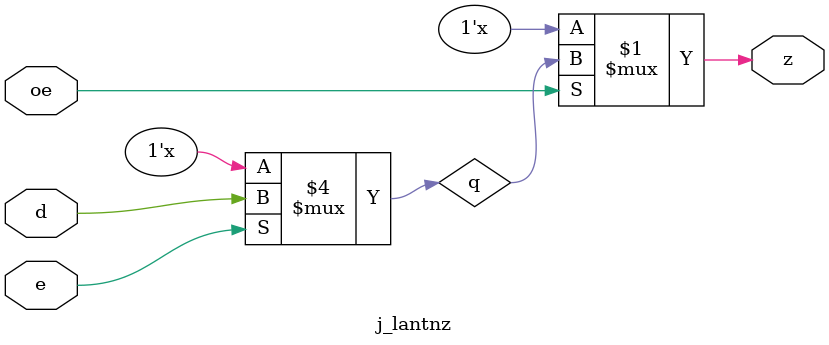
<source format=v>


module j_lantnz (z, d, e, oe);
    input d, e, oe;
    output z;
    reg q;

    assign  z = oe ? q : 1'bz;
    always @ (d or e)
        if (e)
            q = d;

endmodule


</source>
